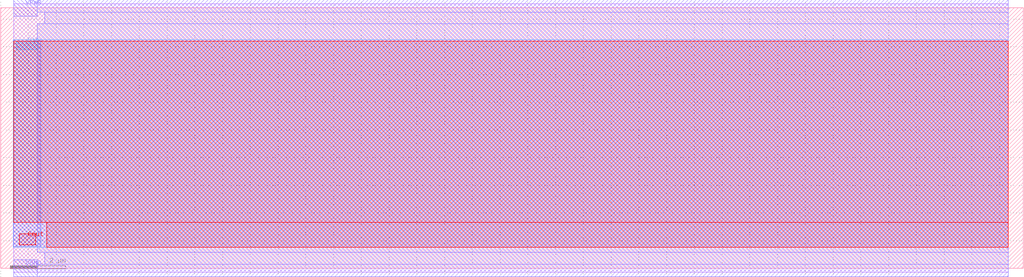
<source format=lef>
VERSION 5.7 ;
  NOWIREEXTENSIONATPIN ON ;
  DIVIDERCHAR "/" ;
  BUSBITCHARS "[]" ;
MACRO sky130_asc_cap_mim_m3_1
  CLASS CORE ;
  FOREIGN sky130_asc_cap_mim_m3_1 ;
  ORIGIN 0.000 0.000 ;
  SIZE 36.855 BY 9.400 ;
  SITE unitasc ;
  PIN Cin
    DIRECTION INOUT ;
    PORT
      LAYER met2 ;
        RECT 0.550 7.900 1.350 8.200 ;
      LAYER met3 ;
        RECT 0.550 7.900 1.350 8.200 ;
    END
  END Cin
  PIN Cout
    DIRECTION INOUT ;
    PORT
      LAYER met4 ;
        RECT 0.660 0.850 1.260 1.250 ;
    END
  END Cout
  PIN VPWR
    DIRECTION INOUT ;
    USE POWER ;
    PORT
      LAYER met1 ;
        RECT 0.460 9.100 1.310 9.700 ;
    END
  END VPWR
  PIN VGND
    DIRECTION INOUT ;
    USE GROUND ;
    PORT
      LAYER met1 ;
        RECT 0.460 -0.300 1.310 0.300 ;
    END
  END VGND
  OBS
      LAYER li1 ;
        RECT 0.460 -0.150 36.300 9.550 ;
      LAYER met1 ;
        RECT 1.310 9.250 36.300 9.700 ;
        RECT 1.590 8.820 36.300 9.250 ;
        RECT 1.310 0.580 36.300 8.820 ;
        RECT 1.590 0.150 36.300 0.580 ;
        RECT 1.310 -0.300 36.300 0.150 ;
      LAYER met2 ;
        RECT 0.450 0.800 1.450 8.250 ;
      LAYER met3 ;
        RECT 0.450 0.750 36.310 8.250 ;
      LAYER met4 ;
        RECT 0.460 1.650 36.300 8.190 ;
        RECT 1.660 0.750 36.300 1.650 ;
  END
END sky130_asc_cap_mim_m3_1
END LIBRARY


</source>
